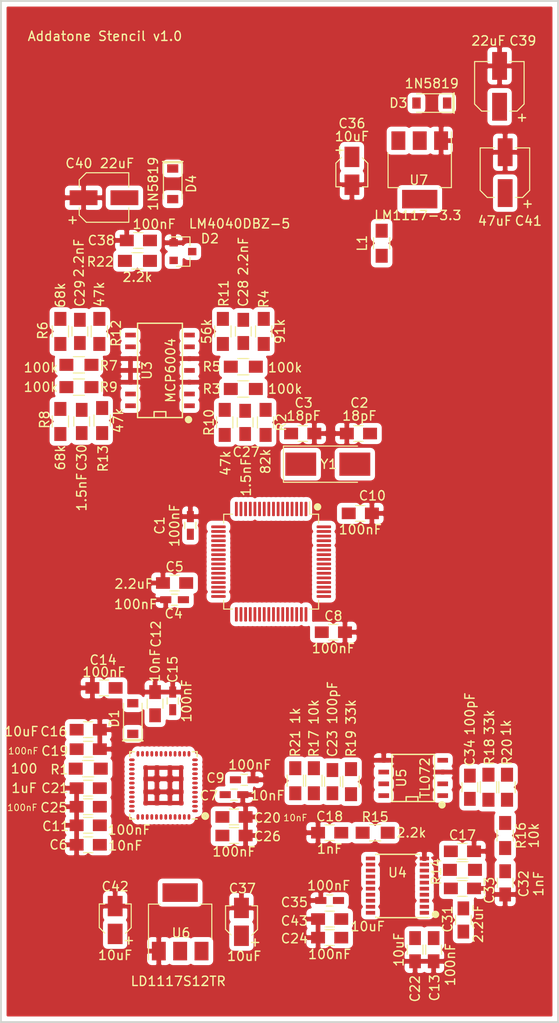
<source format=kicad_pcb>
(kicad_pcb (version 20171130) (host pcbnew "(5.1.5)-3")
  (layers (0 F.Cu signal hide) (31 B.Cu signal hide) (34 B.Paste user) (35 F.Paste user) (36 B.SilkS user hide) (37 F.SilkS user) (38 B.Mask user) (39 F.Mask user) (44 Edge.Cuts user))
  (net 0 "")
  (net 1 GND)
  (net 2 "Net-(C2-Pad1)")
  (net 3 "Net-(C3-Pad1)")
  (net 4 "Net-(C5-Pad2)")
  (net 5 FTUNE)
  (net 6 DAC1_OUT)
  (net 7 DAC2_OUT)
  (net 8 VCC)
  (net 9 VEE)
  (net 10 AREF_-5)
  (net 11 SWCLK)
  (net 12 SWDIO)
  (net 13 -12V)
  (net 14 +12V)
  (net 15 +3.3VA)
  (net 16 CTUNE)
  (net 17 "Net-(U1-Pad1)")
  (net 18 "Net-(U1-Pad3)")
  (net 19 "Net-(U1-Pad4)")
  (net 20 "Net-(U1-Pad14)")
  (net 21 "Net-(U1-Pad28)")
  (net 22 "Net-(U1-Pad29)")
  (net 23 "Net-(U1-Pad35)")
  (net 24 "Net-(U1-Pad39)")
  (net 25 "Net-(U1-Pad41)")
  (net 26 "Net-(U1-Pad43)")
  (net 27 "Net-(U1-Pad45)")
  (net 28 "Net-(U1-Pad52)")
  (net 29 "Net-(U1-Pad54)")
  (net 30 "Net-(U1-Pad56)")
  (net 31 "Net-(U1-Pad58)")
  (net 32 "Net-(U1-Pad59)")
  (net 33 "Net-(U1-Pad62)")
  (net 34 Calibration)
  (net 35 VCCIO_0)
  (net 36 +1V2)
  (net 37 "Net-(C18-Pad2)")
  (net 38 "Net-(C23-Pad1)")
  (net 39 "Net-(C23-Pad2)")
  (net 40 "Net-(C27-Pad1)")
  (net 41 HARM1_CV)
  (net 42 "Net-(C28-Pad1)")
  (net 43 "Net-(C29-Pad1)")
  (net 44 HARM2_CV)
  (net 45 "Net-(C30-Pad1)")
  (net 46 "Net-(C31-Pad1)")
  (net 47 "Net-(C31-Pad2)")
  (net 48 "Net-(C32-Pad2)")
  (net 49 "Net-(C33-Pad1)")
  (net 50 "Net-(C34-Pad2)")
  (net 51 "Net-(C34-Pad1)")
  (net 52 "Net-(C35-Pad2)")
  (net 53 "Net-(D1-Pad1)")
  (net 54 FPGA_SCK)
  (net 55 FPGA_SS)
  (net 56 FPGA_SI)
  (net 57 FPGA_DONE)
  (net 58 FPGA_RESET)
  (net 59 DAC_DATA)
  (net 60 DAC_BCLK)
  (net 61 DAC_LRCLK)
  (net 62 ADC_Data)
  (net 63 ADC_Clock)
  (net 64 ADC_CS)
  (net 65 MCO2_CLOCK_OUT)
  (net 66 RESET)
  (net 67 AUDIO2_OUT)
  (net 68 AUDIO1_OUT)
  (net 69 MIX_SWITCH)
  (net 70 RING_MOD)
  (net 71 HARM2_POT)
  (net 72 HARM1_POT)
  (net 73 HARM2_CVIN)
  (net 74 HARM1_CVIN)
  (net 75 PITCH_CVIN)
  (net 76 "Net-(R1-Pad2)")
  (net 77 "Net-(U1-Pad9)")
  (net 78 "Net-(U1-Pad37)")
  (net 79 "Net-(U1-Pad51)")
  (net 80 "Net-(U1-Pad53)")
  (net 81 "Net-(U2-Pad47)")
  (net 82 "Net-(U2-Pad46)")
  (net 83 "Net-(U2-Pad44)")
  (net 84 "Net-(U2-Pad43)")
  (net 85 "Net-(U2-Pad41)")
  (net 86 "Net-(U2-Pad40)")
  (net 87 "Net-(U2-Pad39)")
  (net 88 "Net-(U2-Pad38)")
  (net 89 "Net-(U2-Pad36)")
  (net 90 "Net-(U2-Pad34)")
  (net 91 "Net-(U2-Pad32)")
  (net 92 "Net-(U2-Pad31)")
  (net 93 "Net-(U2-Pad28)")
  (net 94 "Net-(U2-Pad27)")
  (net 95 "Net-(U2-Pad26)")
  (net 96 "Net-(U2-Pad23)")
  (net 97 "Net-(U2-Pad21)")
  (net 98 "Net-(U2-Pad18)")
  (net 99 "Net-(U2-Pad13)")
  (net 100 "Net-(U2-Pad12)")
  (net 101 "Net-(U2-Pad11)")
  (net 102 "Net-(U2-Pad2)")
  (net 103 "Net-(U1-Pad15)")
  (net 104 "Net-(U1-Pad61)")
  (net 105 "Net-(U1-Pad24)")
  (net 106 "Net-(U1-Pad20)")
  (net 107 "Net-(U1-Pad21)")
  (net 108 "Net-(U2-Pad35)")
  (net 109 "Net-(U2-Pad19)")
  (net 110 FPGA_SO)
  (net 111 PITCH_CV)
  (net 112 HARM_COUNT_POT)
  (net 113 "Net-(U1-Pad44)")
  (net 114 F_TEST1)
  (net 115 F_TEST2)
  (net 116 WARP_CV)
  (net 117 WARP_CVIN)
  (net 118 WARP_POT)
  (module Custom_Footprints:ICE40_QFN-48-stencil (layer F.Cu) (at 117.5 134.5 270)
    (fp_text reference U2)
    (fp_text value ICE40UP5K-SG48ITR)
    (pad 49 smd rect (at 0.7 1.9 270) (size 0.7 0.45) (layers F.Cu F.Paste F.Mask) (net 1 GND))
    (pad 49 smd rect (at -0.7 1.9 270) (size 0.7 0.45) (layers F.Cu F.Paste F.Mask) (net 1 GND))
    (pad 49 smd rect (at 1.9 0.7 270) (size 0.45 0.7) (layers F.Cu F.Paste F.Mask) (net 1 GND))
    (pad 49 smd rect (at 1.9 -0.7 270) (size 0.45 0.7) (layers F.Cu F.Paste F.Mask) (net 1 GND))
    (pad 49 smd rect (at -1.9 0.7 270) (size 0.45 0.7) (layers F.Cu F.Paste F.Mask) (net 1 GND))
    (pad 49 smd rect (at -0.7 -1.9 270) (size 0.7 0.45) (layers F.Cu F.Paste F.Mask) (net 1 GND))
    (pad 49 smd rect (at 1.9 1.9 270) (size 0.45 0.45) (layers F.Cu F.Paste F.Mask) (net 1 GND))
    (pad 49 smd rect (at 1.9 -1.9 270) (size 0.45 0.45) (layers F.Cu F.Paste F.Mask) (net 1 GND))
    (pad 49 smd rect (at 0.7 -1.9 270) (size 0.7 0.45) (layers F.Cu F.Paste F.Mask) (net 1 GND))
    (pad 49 smd rect (at -1.9 -1.9 180) (size 0.45 0.45) (layers F.Cu F.Paste F.Mask) (net 1 GND))
    (pad 49 smd rect (at 0.7 -0.7 180) (size 0.7 0.7) (layers F.Cu F.Paste F.Mask) (net 1 GND))
    (pad 49 smd rect (at -0.7 -0.7 180) (size 0.7 0.7) (layers F.Cu F.Paste F.Mask) (net 1 GND))
    (pad 49 smd rect (at -1.9 -0.7 270) (size 0.45 0.7) (layers F.Cu F.Paste F.Mask) (net 1 GND))
    (pad 49 smd rect (at 0.7 0.7 180) (size 0.7 0.7) (layers F.Cu F.Paste F.Mask) (net 1 GND))
    (pad 49 smd rect (at -0.7 0.7 180) (size 0.7 0.7) (layers F.Cu F.Paste F.Mask) (net 1 GND))
    (pad 49 smd rect (at -1.9 1.9 270) (size 0.45 0.45) (layers F.Cu F.Paste F.Mask) (net 1 GND))
    (pad 48 smd oval (at 3.4 -2.75 270) (size 0.6 0.3) (layers F.Cu F.Paste F.Mask) (net 61 DAC_LRCLK))
    (pad 47 smd oval (at 3.4 -2.25 270) (size 0.6 0.3) (layers F.Cu F.Paste F.Mask) (net 81 "Net-(U2-Pad47)"))
    (pad 46 smd oval (at 3.4 -1.75 270) (size 0.6 0.3) (layers F.Cu F.Paste F.Mask) (net 82 "Net-(U2-Pad46)"))
    (pad 45 smd oval (at 3.400001 -1.25 270) (size 0.6 0.3) (layers F.Cu F.Paste F.Mask) (net 115 F_TEST2))
    (pad 44 smd oval (at 3.4 -0.75 270) (size 0.6 0.3) (layers F.Cu F.Paste F.Mask) (net 83 "Net-(U2-Pad44)"))
    (pad 43 smd oval (at 3.4 -0.25 270) (size 0.6 0.3) (layers F.Cu F.Paste F.Mask) (net 84 "Net-(U2-Pad43)"))
    (pad 42 smd oval (at 3.4 0.25 270) (size 0.6 0.3) (layers F.Cu F.Paste F.Mask) (net 114 F_TEST1))
    (pad 41 smd oval (at 3.4 0.75 270) (size 0.6 0.3) (layers F.Cu F.Paste F.Mask) (net 85 "Net-(U2-Pad41)"))
    (pad 40 smd oval (at 3.400001 1.25 270) (size 0.6 0.3) (layers F.Cu F.Paste F.Mask) (net 86 "Net-(U2-Pad40)"))
    (pad 39 smd oval (at 3.4 1.75 270) (size 0.6 0.3) (layers F.Cu F.Paste F.Mask) (net 87 "Net-(U2-Pad39)"))
    (pad 38 smd oval (at 3.4 2.25 270) (size 0.6 0.3) (layers F.Cu F.Paste F.Mask) (net 88 "Net-(U2-Pad38)"))
    (pad 37 smd oval (at 3.4 2.75 270) (size 0.6 0.3) (layers F.Cu F.Paste F.Mask) (net 69 MIX_SWITCH))
    (pad 36 smd oval (at 2.75 3.4 180) (size 0.6 0.3) (layers F.Cu F.Paste F.Mask) (net 89 "Net-(U2-Pad36)"))
    (pad 35 smd oval (at 2.25 3.4 180) (size 0.6 0.3) (layers F.Cu F.Paste F.Mask) (net 108 "Net-(U2-Pad35)"))
    (pad 34 smd oval (at 1.75 3.4 180) (size 0.6 0.3) (layers F.Cu F.Paste F.Mask) (net 90 "Net-(U2-Pad34)"))
    (pad 33 smd oval (at 1.25 3.400001 180) (size 0.6 0.3) (layers F.Cu F.Paste F.Mask) (net 35 VCCIO_0))
    (pad 32 smd oval (at 0.75 3.4 180) (size 0.6 0.3) (layers F.Cu F.Paste F.Mask) (net 91 "Net-(U2-Pad32)"))
    (pad 31 smd oval (at 0.25 3.4 180) (size 0.6 0.3) (layers F.Cu F.Paste F.Mask) (net 92 "Net-(U2-Pad31)"))
    (pad 30 smd oval (at -0.25 3.4 180) (size 0.6 0.3) (layers F.Cu F.Paste F.Mask) (net 36 +1V2))
    (pad 29 smd oval (at -0.75 3.4 180) (size 0.6 0.3) (layers F.Cu F.Paste F.Mask) (net 76 "Net-(R1-Pad2)"))
    (pad 28 smd oval (at -1.25 3.400001 180) (size 0.6 0.3) (layers F.Cu F.Paste F.Mask) (net 93 "Net-(U2-Pad28)"))
    (pad 27 smd oval (at -1.75 3.4 180) (size 0.6 0.3) (layers F.Cu F.Paste F.Mask) (net 94 "Net-(U2-Pad27)"))
    (pad 26 smd oval (at -2.25 3.4 180) (size 0.6 0.3) (layers F.Cu F.Paste F.Mask) (net 95 "Net-(U2-Pad26)"))
    (pad 25 smd oval (at -2.75 3.4 180) (size 0.6 0.3) (layers F.Cu F.Paste F.Mask) (net 70 RING_MOD))
    (pad 24 smd oval (at -3.4 2.75 270) (size 0.6 0.3) (layers F.Cu F.Paste F.Mask) (net 53 "Net-(D1-Pad1)"))
    (pad 23 smd oval (at -3.4 2.25 270) (size 0.6 0.3) (layers F.Cu F.Paste F.Mask) (net 96 "Net-(U2-Pad23)"))
    (pad 22 smd oval (at -3.4 1.75 270) (size 0.6 0.3) (layers F.Cu F.Paste F.Mask) (net 35 VCCIO_0))
    (pad 21 smd oval (at -3.400001 1.25 270) (size 0.6 0.3) (layers F.Cu F.Paste F.Mask) (net 97 "Net-(U2-Pad21)"))
    (pad 20 smd oval (at -3.4 0.75 270) (size 0.6 0.3) (layers F.Cu F.Paste F.Mask) (net 65 MCO2_CLOCK_OUT))
    (pad 19 smd oval (at -3.4 0.25 270) (size 0.6 0.3) (layers F.Cu F.Paste F.Mask) (net 109 "Net-(U2-Pad19)"))
    (pad 18 smd oval (at -3.4 -0.25 270) (size 0.6 0.3) (layers F.Cu F.Paste F.Mask) (net 98 "Net-(U2-Pad18)"))
    (pad 17 smd oval (at -3.4 -0.75 270) (size 0.6 0.3) (layers F.Cu F.Paste F.Mask) (net 56 FPGA_SI))
    (pad 16 smd oval (at -3.400001 -1.25 270) (size 0.6 0.3) (layers F.Cu F.Paste F.Mask) (net 55 FPGA_SS))
    (pad 15 smd oval (at -3.4 -1.75 270) (size 0.6 0.3) (layers F.Cu F.Paste F.Mask) (net 54 FPGA_SCK))
    (pad 14 smd oval (at -3.4 -2.25 270) (size 0.6 0.3) (layers F.Cu F.Paste F.Mask) (net 110 FPGA_SO))
    (pad 13 smd oval (at -3.4 -2.75 270) (size 0.6 0.3) (layers F.Cu F.Paste F.Mask) (net 99 "Net-(U2-Pad13)"))
    (pad 12 smd oval (at -2.75 -3.4 180) (size 0.6 0.3) (layers F.Cu F.Paste F.Mask) (net 100 "Net-(U2-Pad12)"))
    (pad 11 smd oval (at -2.25 -3.4 180) (size 0.6 0.3) (layers F.Cu F.Paste F.Mask) (net 101 "Net-(U2-Pad11)"))
    (pad 10 smd oval (at -1.75 -3.4 180) (size 0.6 0.3) (layers F.Cu F.Paste F.Mask) (net 64 ADC_CS))
    (pad 9 smd oval (at -1.25 -3.400001 180) (size 0.6 0.3) (layers F.Cu F.Paste F.Mask) (net 63 ADC_Clock))
    (pad 8 smd oval (at -0.75 -3.4 180) (size 0.6 0.3) (layers F.Cu F.Paste F.Mask) (net 58 FPGA_RESET))
    (pad 7 smd oval (at -0.25 -3.4 180) (size 0.6 0.3) (layers F.Cu F.Paste F.Mask) (net 57 FPGA_DONE))
    (pad 6 smd oval (at 0.25 -3.4 180) (size 0.6 0.3) (layers F.Cu F.Paste F.Mask) (net 62 ADC_Data))
    (pad 5 smd oval (at 0.75 -3.4 180) (size 0.6 0.3) (layers F.Cu F.Paste F.Mask) (net 36 +1V2))
    (pad 4 smd oval (at 1.25 -3.400001 180) (size 0.6 0.3) (layers F.Cu F.Paste F.Mask) (net 60 DAC_BCLK))
    (pad 3 smd oval (at 1.75 -3.4 180) (size 0.6 0.3) (layers F.Cu F.Paste F.Mask) (net 59 DAC_DATA))
    (pad 2 smd oval (at 2.25 -3.4 180) (size 0.6 0.3) (layers F.Cu F.Paste F.Mask) (net 102 "Net-(U2-Pad2)"))
    (pad 1 smd oval (at 2.75 -3.4 180) (size 0.6 0.3) (layers F.Cu F.Paste F.Mask) (net 35 VCCIO_0))
  )
  (module Crystals:Crystal_SMD_0603-2pin_6.0x3.5mm_HandSoldering (layer F.Cu) (at 135.2 99.9)
    (fp_text reference Y1 (at 0.1 0) (layer F.SilkS))
    (fp_text value ECS-12MHz hide)
    (pad 2 smd rect (at 2.9125 0) (size 3.325 2.5) (layers F.Cu F.Paste F.Mask) (net 2 "Net-(C2-Pad1)"))
    (pad 1 smd rect (at -2.9125 0) (size 3.325 2.5) (layers F.Cu F.Paste F.Mask) (net 3 "Net-(C3-Pad1)"))
  )
  (module Diodes_SMD:D_SOD-123 (layer F.Cu) (at 146.4 61 180)
    (fp_text reference D3 (at 3.6 0) (layer F.SilkS))
    (fp_text value 1N5819 (at 0 2.1) (layer F.SilkS))
    (pad 2 smd rect (at 1.65 0 180) (size 0.9 1.2) (layers F.Cu F.Paste F.Mask) (net 14 +12V))
    (pad 1 smd rect (at -1.65 0 180) (size 0.9 1.2) (layers F.Cu F.Paste F.Mask) (net 8 VCC))
  )
  (module TO_SOT_Packages_SMD:SOT-23 (layer F.Cu) (at 119.6 77)
    (fp_text reference D2 (at 2.9 -1.4) (layer F.SilkS))
    (fp_text value LM4040DBZ-5 (at 6.1 -3) (layer F.SilkS))
    (pad 3 smd rect (at 1 0) (size 0.9 0.8) (layers F.Cu F.Paste F.Mask))
    (pad 2 smd rect (at -1 0.95) (size 0.9 0.8) (layers F.Cu F.Paste F.Mask) (net 10 AREF_-5))
    (pad 1 smd rect (at -1 -0.95) (size 0.9 0.8) (layers F.Cu F.Paste F.Mask) (net 1 GND))
  )
  (module Capacitors_SMD:CP_Elec_5x5.3 (layer F.Cu) (at 111.1 71.2)
    (fp_text reference C40 (at -2.7 -3.7) (layer F.SilkS))
    (fp_text value 22uF (at 1.4 -3.7) (layer F.SilkS))
    (fp_text user + (at -3.38 2.34) (layer F.SilkS))
    (pad 1 smd rect (at -2.2 0 180) (size 3 1.6) (layers F.Cu F.Paste F.Mask) (net 1 GND))
    (pad 2 smd rect (at 2.2 0 180) (size 3 1.6) (layers F.Cu F.Paste F.Mask) (net 9 VEE))
  )
  (module Capacitors_SMD:C_0805_HandSoldering (layer F.Cu) (at 114.8 75.8 180)
    (fp_text reference C38 (at 4 0) (layer F.SilkS))
    (fp_text value 100nF (at -1.7 1.75) (layer F.SilkS))
    (pad 2 smd rect (at 1.25 0 180) (size 1.5 1.25) (layers F.Cu F.Paste F.Mask) (net 1 GND))
    (pad 1 smd rect (at -1.25 0 180) (size 1.5 1.25) (layers F.Cu F.Paste F.Mask) (net 10 AREF_-5))
  )
  (module Diodes_SMD:D_SOD-123 (layer F.Cu) (at 118.5 69.7 270)
    (fp_text reference D4 (at 0 -2 90) (layer F.SilkS))
    (fp_text value 1N5819 (at 0 2.1 90) (layer F.SilkS))
    (pad 1 smd rect (at -1.65 0 270) (size 0.9 1.2) (layers F.Cu F.Paste F.Mask) (net 13 -12V))
    (pad 2 smd rect (at 1.65 0 270) (size 0.9 1.2) (layers F.Cu F.Paste F.Mask) (net 9 VEE))
  )
  (module Resistors_SMD:R_0805_HandSoldering (layer F.Cu) (at 114.7 78)
    (fp_text reference R22 (at -4 0.1) (layer F.SilkS))
    (fp_text value 2.2k (at 0 1.75) (layer F.SilkS))
    (pad 2 smd rect (at 1.35 0) (size 1.5 1.3) (layers F.Cu F.Paste F.Mask) (net 10 AREF_-5))
    (pad 1 smd rect (at -1.35 0) (size 1.5 1.3) (layers F.Cu F.Paste F.Mask) (net 9 VEE))
  )
  (module Capacitors_SMD:C_0603_HandSoldering (layer F.Cu) (at 135.4 146.9)
    (fp_text reference C35 (at -3.8 0.2) (layer F.SilkS))
    (fp_text value 100nF (at -0.1 -1.6) (layer F.SilkS))
    (pad 1 smd rect (at -0.95 0) (size 1.2 0.75) (layers F.Cu F.Paste F.Mask) (net 1 GND))
    (pad 2 smd rect (at 0.95 0) (size 1.2 0.75) (layers F.Cu F.Paste F.Mask) (net 52 "Net-(C35-Pad2)"))
  )
  (module Capacitors_SMD:C_0603_HandSoldering (layer F.Cu) (at 120.4 106.5 90)
    (fp_text reference C1 (at 0 -3.3 90) (layer F.SilkS))
    (fp_text value 100nF (at 0 -1.7 90) (layer F.SilkS))
    (pad 1 smd rect (at -0.95 0 90) (size 1.2 0.75) (layers F.Cu F.Paste F.Mask) (net 35 VCCIO_0))
    (pad 2 smd rect (at 0.95 0 90) (size 1.2 0.75) (layers F.Cu F.Paste F.Mask) (net 1 GND))
  )
  (module Capacitors_SMD:C_0603_HandSoldering (layer F.Cu) (at 118.5 125.4 90)
    (fp_text reference C15 (at 3.4 0 90) (layer F.SilkS))
    (fp_text value 100nF (at 0 1.5 90) (layer F.SilkS))
    (pad 1 smd rect (at -0.95 0 90) (size 1.2 0.75) (layers F.Cu F.Paste F.Mask) (net 35 VCCIO_0))
    (pad 2 smd rect (at 0.95 0 90) (size 1.2 0.75) (layers F.Cu F.Paste F.Mask) (net 1 GND))
  )
  (module Capacitors_SMD:C_0603_HandSoldering (layer F.Cu) (at 126.2 133.9)
    (fp_text reference C9 (at -3.1 -0.2) (layer F.SilkS))
    (fp_text value 100nF (at 0.6 -1.6) (layer F.SilkS))
    (pad 1 smd rect (at -0.95 0) (size 1.2 0.75) (layers F.Cu F.Paste F.Mask) (net 36 +1V2))
    (pad 2 smd rect (at 0.95 0) (size 1.2 0.75) (layers F.Cu F.Paste F.Mask) (net 1 GND))
  )
  (module Capacitors_SMD:C_0603_HandSoldering (layer F.Cu) (at 125.1 135.5)
    (fp_text reference C7 (at -2.7 0.1) (layer F.SilkS))
    (fp_text value 10nF (at 3.6 0.1) (layer F.SilkS))
    (pad 1 smd rect (at -0.95 0) (size 1.2 0.75) (layers F.Cu F.Paste F.Mask) (net 36 +1V2))
    (pad 2 smd rect (at 0.95 0) (size 1.2 0.75) (layers F.Cu F.Paste F.Mask) (net 1 GND))
  )
  (module Capacitors_SMD:C_0603_HandSoldering (layer F.Cu) (at 118.7 114.5 180)
    (fp_text reference C4 (at 0.1 -1.5) (layer F.SilkS))
    (fp_text value 100nF (at 4.2 -0.5) (layer F.SilkS))
    (pad 1 smd rect (at -0.95 0 180) (size 1.2 0.75) (layers F.Cu F.Paste F.Mask) (net 35 VCCIO_0))
    (pad 2 smd rect (at 0.95 0 180) (size 1.2 0.75) (layers F.Cu F.Paste F.Mask) (net 1 GND))
  )
  (module Resistors_SMD:R_0805_HandSoldering (layer F.Cu) (at 108.4 89.2 180)
    (fp_text reference R7 (at -3.2 -0.1) (layer F.SilkS))
    (fp_text value 100k (at 4.1 -0.3) (layer F.SilkS))
    (pad 2 smd rect (at 1.35 0 180) (size 1.5 1.3) (layers F.Cu F.Paste F.Mask) (net 73 HARM2_CVIN))
    (pad 1 smd rect (at -1.35 0 180) (size 1.5 1.3) (layers F.Cu F.Paste F.Mask) (net 43 "Net-(C29-Pad1)"))
  )
  (module Capacitors_SMD:C_0805_HandSoldering (layer F.Cu) (at 135.7 134.1 270)
    (fp_text reference C23 (at -4.1 0 90) (layer F.SilkS))
    (fp_text value 100pF (at -8.5 0 90) (layer F.SilkS))
    (pad 2 smd rect (at 1.25 0 270) (size 1.5 1.25) (layers F.Cu F.Paste F.Mask) (net 39 "Net-(C23-Pad2)"))
    (pad 1 smd rect (at -1.25 0 270) (size 1.5 1.25) (layers F.Cu F.Paste F.Mask) (net 38 "Net-(C23-Pad1)"))
  )
  (module Resistors_SMD:R_0805_HandSoldering (layer F.Cu) (at 131.7 134 270)
    (fp_text reference R21 (at -4 0 90) (layer F.SilkS))
    (fp_text value 1k (at -7 0 90) (layer F.SilkS))
    (pad 2 smd rect (at 1.35 0 270) (size 1.5 1.3) (layers F.Cu F.Paste F.Mask) (net 39 "Net-(C23-Pad2)"))
    (pad 1 smd rect (at -1.35 0 270) (size 1.5 1.3) (layers F.Cu F.Paste F.Mask) (net 67 AUDIO2_OUT))
  )
  (module Resistors_SMD:R_0805_HandSoldering (layer F.Cu) (at 152.5 134.7 90)
    (fp_text reference R18 (at 3.8 0.1 90) (layer F.SilkS))
    (fp_text value 33k (at 7 0.1 90) (layer F.SilkS))
    (pad 1 smd rect (at -1.35 0 90) (size 1.5 1.3) (layers F.Cu F.Paste F.Mask) (net 50 "Net-(C34-Pad2)"))
    (pad 2 smd rect (at 1.35 0 90) (size 1.5 1.3) (layers F.Cu F.Paste F.Mask) (net 51 "Net-(C34-Pad1)"))
  )
  (module Resistors_SMD:R_0805_HandSoldering (layer F.Cu) (at 140.3 139.6)
    (fp_text reference R15 (at 0 -1.7) (layer F.SilkS))
    (fp_text value 2.2k (at 3.9 0) (layer F.SilkS))
    (pad 1 smd rect (at -1.35 0) (size 1.5 1.3) (layers F.Cu F.Paste F.Mask) (net 37 "Net-(C18-Pad2)"))
    (pad 2 smd rect (at 1.35 0) (size 1.5 1.3) (layers F.Cu F.Paste F.Mask) (net 7 DAC2_OUT))
  )
  (module Capacitors_SMD:C_0805_HandSoldering (layer F.Cu) (at 138.5 96.6 180)
    (fp_text reference C2 (at -0.1 3.3) (layer F.SilkS))
    (fp_text value 18pF (at -0.1 1.9) (layer F.SilkS))
    (pad 2 smd rect (at 1.25 0 180) (size 1.5 1.25) (layers F.Cu F.Paste F.Mask) (net 1 GND))
    (pad 1 smd rect (at -1.25 0 180) (size 1.5 1.25) (layers F.Cu F.Paste F.Mask) (net 2 "Net-(C2-Pad1)"))
  )
  (module Capacitors_SMD:C_0805_HandSoldering (layer F.Cu) (at 132.5 96.6)
    (fp_text reference C3 (at 0.1 -3.3) (layer F.SilkS))
    (fp_text value 18pF (at 0.1 -1.9) (layer F.SilkS))
    (pad 1 smd rect (at -1.25 0) (size 1.5 1.25) (layers F.Cu F.Paste F.Mask) (net 3 "Net-(C3-Pad1)"))
    (pad 2 smd rect (at 1.25 0) (size 1.5 1.25) (layers F.Cu F.Paste F.Mask) (net 1 GND))
  )
  (module Capacitors_SMD:C_0805_HandSoldering (layer F.Cu) (at 118.7 112.7)
    (fp_text reference C5 (at 0 -1.75) (layer F.SilkS))
    (fp_text value 2.2uF (at -4.4 0.1) (layer F.SilkS))
    (pad 2 smd rect (at 1.25 0) (size 1.5 1.25) (layers F.Cu F.Paste F.Mask) (net 4 "Net-(C5-Pad2)"))
    (pad 1 smd rect (at -1.25 0) (size 1.5 1.25) (layers F.Cu F.Paste F.Mask) (net 1 GND))
  )
  (module Capacitors_SMD:C_0805_HandSoldering (layer F.Cu) (at 109.4 140.9 180)
    (fp_text reference C6 (at 3.2 0) (layer F.SilkS))
    (fp_text value 10nF (at -4 -0.1) (layer F.SilkS))
    (pad 1 smd rect (at -1.25 0 180) (size 1.5 1.25) (layers F.Cu F.Paste F.Mask) (net 35 VCCIO_0))
    (pad 2 smd rect (at 1.25 0 180) (size 1.5 1.25) (layers F.Cu F.Paste F.Mask) (net 1 GND))
  )
  (module Capacitors_SMD:C_0805_HandSoldering (layer F.Cu) (at 135.8 118)
    (fp_text reference C8 (at 0 -1.75) (layer F.SilkS))
    (fp_text value 100nF (at 0 1.75) (layer F.SilkS))
    (pad 1 smd rect (at -1.25 0) (size 1.5 1.25) (layers F.Cu F.Paste F.Mask) (net 35 VCCIO_0))
    (pad 2 smd rect (at 1.25 0) (size 1.5 1.25) (layers F.Cu F.Paste F.Mask) (net 1 GND))
  )
  (module Capacitors_SMD:C_0805_HandSoldering (layer F.Cu) (at 138.7 105.2)
    (fp_text reference C10 (at 1.3 -1.9) (layer F.SilkS))
    (fp_text value 100nF (at 0 1.75) (layer F.SilkS))
    (pad 2 smd rect (at 1.25 0) (size 1.5 1.25) (layers F.Cu F.Paste F.Mask) (net 1 GND))
    (pad 1 smd rect (at -1.25 0) (size 1.5 1.25) (layers F.Cu F.Paste F.Mask) (net 35 VCCIO_0))
  )
  (module Capacitors_SMD:C_0805_HandSoldering (layer F.Cu) (at 109.4 138.8 180)
    (fp_text reference C11 (at 3.5 -0.1) (layer F.SilkS))
    (fp_text value 100nF (at -4.4 -0.5) (layer F.SilkS))
    (pad 2 smd rect (at 1.25 0 180) (size 1.5 1.25) (layers F.Cu F.Paste F.Mask) (net 1 GND))
    (pad 1 smd rect (at -1.25 0 180) (size 1.5 1.25) (layers F.Cu F.Paste F.Mask) (net 35 VCCIO_0))
  )
  (module Capacitors_SMD:C_0805_HandSoldering (layer F.Cu) (at 116.6 125.7 90)
    (fp_text reference C12 (at 7.5 0.1 90) (layer F.SilkS))
    (fp_text value 10nF (at 4.1 0 90) (layer F.SilkS))
    (pad 1 smd rect (at -1.25 0 90) (size 1.5 1.25) (layers F.Cu F.Paste F.Mask) (net 35 VCCIO_0))
    (pad 2 smd rect (at 1.25 0 90) (size 1.5 1.25) (layers F.Cu F.Paste F.Mask) (net 1 GND))
  )
  (module Capacitors_SMD:C_0805_HandSoldering (layer F.Cu) (at 146.6 152.2 270)
    (fp_text reference C13 (at 4.1 -0.1 90) (layer F.SilkS))
    (fp_text value 100nF (at 1.6 -1.8 90) (layer F.SilkS))
    (pad 1 smd rect (at -1.25 0 270) (size 1.5 1.25) (layers F.Cu F.Paste F.Mask) (net 15 +3.3VA))
    (pad 2 smd rect (at 1.25 0 270) (size 1.5 1.25) (layers F.Cu F.Paste F.Mask) (net 1 GND))
  )
  (module Capacitors_SMD:C_0805_HandSoldering (layer F.Cu) (at 111.1 124)
    (fp_text reference C14 (at -0.1 -3) (layer F.SilkS))
    (fp_text value 100nF (at 0 -1.7) (layer F.SilkS))
    (pad 1 smd rect (at -1.25 0) (size 1.5 1.25) (layers F.Cu F.Paste F.Mask) (net 1 GND))
    (pad 2 smd rect (at 1.25 0) (size 1.5 1.25) (layers F.Cu F.Paste F.Mask) (net 35 VCCIO_0))
  )
  (module Capacitors_SMD:C_0805_HandSoldering (layer F.Cu) (at 109.4 128.5)
    (fp_text reference C16 (at -3.7 0.2) (layer F.SilkS))
    (fp_text value 10uF (at -7.2 0.2) (layer F.SilkS))
    (pad 1 smd rect (at -1.25 0) (size 1.5 1.25) (layers F.Cu F.Paste F.Mask) (net 36 +1V2))
    (pad 2 smd rect (at 1.25 0) (size 1.5 1.25) (layers F.Cu F.Paste F.Mask) (net 1 GND))
  )
  (module Capacitors_SMD:C_0805_HandSoldering (layer F.Cu) (at 149.7 141.6)
    (fp_text reference C17 (at 0 -1.75) (layer F.SilkS))
    (fp_text value 100nF)
    (pad 2 smd rect (at 1.25 0) (size 1.5 1.25) (layers F.Cu F.Paste F.Mask) (net 1 GND))
    (pad 1 smd rect (at -1.25 0) (size 1.5 1.25) (layers F.Cu F.Paste F.Mask) (net 15 +3.3VA))
  )
  (module Capacitors_SMD:C_0805_HandSoldering (layer F.Cu) (at 135.4 139.6)
    (fp_text reference C18 (at 0 -1.75) (layer F.SilkS))
    (fp_text value 1nF (at 0 1.75) (layer F.SilkS))
    (pad 2 smd rect (at 1.25 0) (size 1.5 1.25) (layers F.Cu F.Paste F.Mask) (net 37 "Net-(C18-Pad2)"))
    (pad 1 smd rect (at -1.25 0) (size 1.5 1.25) (layers F.Cu F.Paste F.Mask) (net 1 GND))
  )
  (module Capacitors_SMD:C_0805_HandSoldering (layer F.Cu) (at 109.4 130.6)
    (fp_text reference C19 (at -3.6 0.2) (layer F.SilkS))
    (fp_text value 100nF (at -7 0.2) (layer F.SilkS) (effects (font (size 0.7 0.7) (thickness 0.1))))
    (pad 2 smd rect (at 1.25 0) (size 1.5 1.25) (layers F.Cu F.Paste F.Mask) (net 1 GND))
    (pad 1 smd rect (at -1.25 0) (size 1.5 1.25) (layers F.Cu F.Paste F.Mask) (net 36 +1V2))
  )
  (module Capacitors_SMD:C_0805_HandSoldering (layer F.Cu) (at 125.1 137.9)
    (fp_text reference C20 (at 3.6 0.1) (layer F.SilkS))
    (fp_text value 10nF (at 6.6 0.1) (layer F.SilkS) (effects (font (size 0.7 0.7) (thickness 0.1))))
    (pad 1 smd rect (at -1.25 0) (size 1.5 1.25) (layers F.Cu F.Paste F.Mask) (net 35 VCCIO_0))
    (pad 2 smd rect (at 1.25 0) (size 1.5 1.25) (layers F.Cu F.Paste F.Mask) (net 1 GND))
  )
  (module Capacitors_SMD:C_0805_HandSoldering (layer F.Cu) (at 109.4 134.8 180)
    (fp_text reference C21 (at 3.6 0) (layer F.SilkS))
    (fp_text value 1uF (at 6.9 0) (layer F.SilkS))
    (pad 1 smd rect (at -1.25 0 180) (size 1.5 1.25) (layers F.Cu F.Paste F.Mask) (net 36 +1V2))
    (pad 2 smd rect (at 1.25 0 180) (size 1.5 1.25) (layers F.Cu F.Paste F.Mask) (net 1 GND))
  )
  (module Capacitors_SMD:C_0805_HandSoldering (layer F.Cu) (at 144.6 152.2 270)
    (fp_text reference C22 (at 4.2 0 90) (layer F.SilkS))
    (fp_text value 10uF (at 0 1.75 90) (layer F.SilkS))
    (pad 1 smd rect (at -1.25 0 270) (size 1.5 1.25) (layers F.Cu F.Paste F.Mask) (net 15 +3.3VA))
    (pad 2 smd rect (at 1.25 0 270) (size 1.5 1.25) (layers F.Cu F.Paste F.Mask) (net 1 GND))
  )
  (module Capacitors_SMD:C_0805_HandSoldering (layer F.Cu) (at 135.4 150.9 180)
    (fp_text reference C24 (at 3.8 -0.1) (layer F.SilkS))
    (fp_text value 100nF (at 0 -1.8) (layer F.SilkS))
    (pad 2 smd rect (at 1.25 0 180) (size 1.5 1.25) (layers F.Cu F.Paste F.Mask) (net 1 GND))
    (pad 1 smd rect (at -1.25 0 180) (size 1.5 1.25) (layers F.Cu F.Paste F.Mask) (net 35 VCCIO_0))
  )
  (module Capacitors_SMD:C_0805_HandSoldering (layer F.Cu) (at 109.4 136.8 180)
    (fp_text reference C25 (at 3.7 -0.1 180) (layer F.SilkS))
    (fp_text value 100nF (at 7.1 -0.1 180) (layer F.SilkS) (effects (font (size 0.7 0.7) (thickness 0.1))))
    (pad 1 smd rect (at -1.25 0 180) (size 1.5 1.25) (layers F.Cu F.Paste F.Mask) (net 36 +1V2))
    (pad 2 smd rect (at 1.25 0 180) (size 1.5 1.25) (layers F.Cu F.Paste F.Mask) (net 1 GND))
  )
  (module Capacitors_SMD:C_0805_HandSoldering (layer F.Cu) (at 125.1 139.9)
    (fp_text reference C26 (at 3.6 0.1) (layer F.SilkS))
    (fp_text value 100nF (at 0 1.75) (layer F.SilkS))
    (pad 2 smd rect (at 1.25 0) (size 1.5 1.25) (layers F.Cu F.Paste F.Mask) (net 1 GND))
    (pad 1 smd rect (at -1.25 0) (size 1.5 1.25) (layers F.Cu F.Paste F.Mask) (net 35 VCCIO_0))
  )
  (module Capacitors_SMD:C_0805_HandSoldering (layer F.Cu) (at 126.3 95.4 270)
    (fp_text reference C27 (at 3.2 -0.1 180) (layer F.SilkS))
    (fp_text value 1.5nF (at 5.9 -0.1 90) (layer F.SilkS))
    (pad 2 smd rect (at 1.25 0 270) (size 1.5 1.25) (layers F.Cu F.Paste F.Mask) (net 111 PITCH_CV))
    (pad 1 smd rect (at -1.25 0 270) (size 1.5 1.25) (layers F.Cu F.Paste F.Mask) (net 40 "Net-(C27-Pad1)"))
  )
  (module Capacitors_SMD:C_0805_HandSoldering (layer F.Cu) (at 126.1 85.6 90)
    (fp_text reference C28 (at 4.1 0 90) (layer F.SilkS))
    (fp_text value 2.2nF (at 8.1 0 90) (layer F.SilkS))
    (pad 2 smd rect (at 1.25 0 90) (size 1.5 1.25) (layers F.Cu F.Paste F.Mask) (net 41 HARM1_CV))
    (pad 1 smd rect (at -1.25 0 90) (size 1.5 1.25) (layers F.Cu F.Paste F.Mask) (net 42 "Net-(C28-Pad1)"))
  )
  (module Capacitors_SMD:C_0805_HandSoldering (layer F.Cu) (at 108.5 85.6 90)
    (fp_text reference C29 (at 4.1 0 90) (layer F.SilkS))
    (fp_text value 2.2nF (at 7.9 -0.1 90) (layer F.SilkS))
    (pad 1 smd rect (at -1.25 0 90) (size 1.5 1.25) (layers F.Cu F.Paste F.Mask) (net 43 "Net-(C29-Pad1)"))
    (pad 2 smd rect (at 1.25 0 90) (size 1.5 1.25) (layers F.Cu F.Paste F.Mask) (net 44 HARM2_CV))
  )
  (module Capacitors_SMD:C_0805_HandSoldering (layer F.Cu) (at 108.7 95.3 270)
    (fp_text reference C30 (at 3.9 0 90) (layer F.SilkS))
    (fp_text value 1.5nF (at 7.6 0 90) (layer F.SilkS))
    (pad 2 smd rect (at 1.25 0 270) (size 1.5 1.25) (layers F.Cu F.Paste F.Mask) (net 116 WARP_CV))
    (pad 1 smd rect (at -1.25 0 270) (size 1.5 1.25) (layers F.Cu F.Paste F.Mask) (net 45 "Net-(C30-Pad1)"))
  )
  (module Capacitors_SMD:C_0805_HandSoldering (layer F.Cu) (at 149.8 149 90)
    (fp_text reference C31 (at 0.1 -1.7 90) (layer F.SilkS))
    (fp_text value 2.2uF (at -0.4 1.6 90) (layer F.SilkS))
    (pad 1 smd rect (at -1.25 0 90) (size 1.5 1.25) (layers F.Cu F.Paste F.Mask) (net 46 "Net-(C31-Pad1)"))
    (pad 2 smd rect (at 1.25 0 90) (size 1.5 1.25) (layers F.Cu F.Paste F.Mask) (net 47 "Net-(C31-Pad2)"))
  )
  (module Capacitors_SMD:C_0805_HandSoldering (layer F.Cu) (at 154.3 145 90)
    (fp_text reference C32 (at -0.1 2 90) (layer F.SilkS))
    (fp_text value 1nF (at -0.1 3.6 90) (layer F.SilkS))
    (pad 1 smd rect (at -1.25 0 90) (size 1.5 1.25) (layers F.Cu F.Paste F.Mask) (net 1 GND))
    (pad 2 smd rect (at 1.25 0 90) (size 1.5 1.25) (layers F.Cu F.Paste F.Mask) (net 48 "Net-(C32-Pad2)"))
  )
  (module Capacitors_SMD:C_0805_HandSoldering (layer F.Cu) (at 149.7 145.6)
    (fp_text reference C33 (at 2.9 0.2 90) (layer F.SilkS))
    (fp_text value 2.2uF)
    (pad 2 smd rect (at 1.25 0) (size 1.5 1.25) (layers F.Cu F.Paste F.Mask) (net 1 GND))
    (pad 1 smd rect (at -1.25 0) (size 1.5 1.25) (layers F.Cu F.Paste F.Mask) (net 49 "Net-(C33-Pad1)"))
  )
  (module Capacitors_SMD:C_0805_HandSoldering (layer F.Cu) (at 150.5 134.7 270)
    (fp_text reference C34 (at -3.7 0 90) (layer F.SilkS))
    (fp_text value 100pF (at -7.9 0 90) (layer F.SilkS))
    (pad 2 smd rect (at 1.25 0 270) (size 1.5 1.25) (layers F.Cu F.Paste F.Mask) (net 50 "Net-(C34-Pad2)"))
    (pad 1 smd rect (at -1.25 0 270) (size 1.5 1.25) (layers F.Cu F.Paste F.Mask) (net 51 "Net-(C34-Pad1)"))
  )
  (module Capacitors_SMD:CP_Elec_3x5.3 (layer F.Cu) (at 137.8 68.3 270)
    (fp_text reference C36 (at -5.1 0 180) (layer F.SilkS))
    (fp_text value 10uF (at -3.7 0 180) (layer F.SilkS))
    (fp_text user + (at -2.22 1.4 90) (layer F.SilkS))
    (pad 1 smd rect (at -1.5 0 270) (size 2.2 1.6) (layers F.Cu F.Paste F.Mask) (net 8 VCC))
    (pad 2 smd rect (at 1.5 0 270) (size 2.2 1.6) (layers F.Cu F.Paste F.Mask) (net 1 GND))
  )
  (module Capacitors_SMD:CP_Elec_3x5.3 (layer F.Cu) (at 125.9 149.2 90)
    (fp_text reference C37 (at 3.6 0.1 180) (layer F.SilkS))
    (fp_text value 10uF (at -3.7 0.3 180) (layer F.SilkS))
    (fp_text user + (at -2.22 1.4 90) (layer F.SilkS))
    (pad 2 smd rect (at 1.5 0 90) (size 2.2 1.6) (layers F.Cu F.Paste F.Mask) (net 1 GND))
    (pad 1 smd rect (at -1.5 0 90) (size 2.2 1.6) (layers F.Cu F.Paste F.Mask) (net 8 VCC))
  )
  (module Capacitors_SMD:CP_Elec_5x5.3 (layer F.Cu) (at 153.7 59.2 90)
    (fp_text reference C39 (at 4.9 2.5 180) (layer F.SilkS))
    (fp_text value 22uF (at 4.9 -1.2 180) (layer F.SilkS))
    (fp_text user + (at -3.38 2.34 90) (layer F.SilkS))
    (pad 2 smd rect (at 2.2 0 270) (size 3 1.6) (layers F.Cu F.Paste F.Mask) (net 1 GND))
    (pad 1 smd rect (at -2.2 0 270) (size 3 1.6) (layers F.Cu F.Paste F.Mask) (net 8 VCC))
  )
  (module Capacitors_SMD:CP_Elec_5x5.3 (layer F.Cu) (at 154.3 68.5 90)
    (fp_text reference C41 (at -5.2 2.5 180) (layer F.SilkS))
    (fp_text value 47uF (at -5.2 -1.1 180) (layer F.SilkS))
    (fp_text user + (at -3.38 2.34 90) (layer F.SilkS))
    (pad 2 smd rect (at 2.2 0 270) (size 3 1.6) (layers F.Cu F.Paste F.Mask) (net 1 GND))
    (pad 1 smd rect (at -2.2 0 270) (size 3 1.6) (layers F.Cu F.Paste F.Mask) (net 35 VCCIO_0))
  )
  (module Capacitors_SMD:CP_Elec_3x5.3 (layer F.Cu) (at 112.3 149 90)
    (fp_text reference C42 (at 3.6 0 180) (layer F.SilkS))
    (fp_text value 10uF (at -3.8 0 180) (layer F.SilkS))
    (fp_text user + (at -2.22 1.4 90) (layer F.SilkS))
    (pad 1 smd rect (at -1.5 0 90) (size 2.2 1.6) (layers F.Cu F.Paste F.Mask) (net 36 +1V2))
    (pad 2 smd rect (at 1.5 0 90) (size 2.2 1.6) (layers F.Cu F.Paste F.Mask) (net 1 GND))
  )
  (module Capacitors_SMD:C_0805_HandSoldering (layer F.Cu) (at 135.4 148.9 180)
    (fp_text reference C43 (at 3.8 -0.2) (layer F.SilkS))
    (fp_text value 10uF (at -4.1 -0.8) (layer F.SilkS))
    (pad 1 smd rect (at -1.25 0 180) (size 1.5 1.25) (layers F.Cu F.Paste F.Mask) (net 35 VCCIO_0))
    (pad 2 smd rect (at 1.25 0 180) (size 1.5 1.25) (layers F.Cu F.Paste F.Mask) (net 1 GND))
  )
  (module Diodes_SMD:D_SOD-123 (layer F.Cu) (at 114.2 127.3 90)
    (fp_text reference D1 (at 0 -2 90) (layer F.SilkS))
    (fp_text value MBR130T1G hide)
    (pad 2 smd rect (at 1.65 0 90) (size 0.9 1.2) (layers F.Cu F.Paste F.Mask) (net 35 VCCIO_0))
    (pad 1 smd rect (at -1.65 0 90) (size 0.9 1.2) (layers F.Cu F.Paste F.Mask) (net 53 "Net-(D1-Pad1)"))
  )
  (module Inductors_SMD:L_0805_HandSoldering (layer F.Cu) (at 141 76.1 90)
    (fp_text reference L1 (at 0 -2.1 90) (layer F.SilkS))
    (fp_text value L hide)
    (pad 2 smd rect (at 1.35 0 90) (size 1.5 1.3) (layers F.Cu F.Paste F.Mask) (net 35 VCCIO_0))
    (pad 1 smd rect (at -1.35 0 90) (size 1.5 1.3) (layers F.Cu F.Paste F.Mask) (net 15 +3.3VA))
  )
  (module Resistors_SMD:R_0805_HandSoldering (layer F.Cu) (at 109.4 132.7)
    (fp_text reference R1 (at -3.1 0.1) (layer F.SilkS))
    (fp_text value 100 (at -6.9 0) (layer F.SilkS))
    (pad 1 smd rect (at -1.35 0) (size 1.5 1.3) (layers F.Cu F.Paste F.Mask) (net 36 +1V2))
    (pad 2 smd rect (at 1.35 0) (size 1.5 1.3) (layers F.Cu F.Paste F.Mask) (net 76 "Net-(R1-Pad2)"))
  )
  (module Resistors_SMD:R_0805_HandSoldering (layer F.Cu) (at 128.5 95.4 270)
    (fp_text reference R2 (at 0 -1.7 90) (layer F.SilkS))
    (fp_text value 82k (at 4.2 0 90) (layer F.SilkS))
    (pad 2 smd rect (at 1.35 0 270) (size 1.5 1.3) (layers F.Cu F.Paste F.Mask) (net 10 AREF_-5))
    (pad 1 smd rect (at -1.35 0 270) (size 1.5 1.3) (layers F.Cu F.Paste F.Mask) (net 40 "Net-(C27-Pad1)"))
  )
  (module Resistors_SMD:R_0805_HandSoldering (layer F.Cu) (at 126.1 91.8)
    (fp_text reference R3 (at -3.4 0) (layer F.SilkS))
    (fp_text value 100k (at 4.5 0) (layer F.SilkS))
    (pad 1 smd rect (at -1.35 0) (size 1.5 1.3) (layers F.Cu F.Paste F.Mask) (net 40 "Net-(C27-Pad1)"))
    (pad 2 smd rect (at 1.35 0) (size 1.5 1.3) (layers F.Cu F.Paste F.Mask) (net 75 PITCH_CVIN))
  )
  (module Resistors_SMD:R_0805_HandSoldering (layer F.Cu) (at 128.3 85.6 90)
    (fp_text reference R4 (at 3.5 0 90) (layer F.SilkS))
    (fp_text value 91k (at 0 1.75 90) (layer F.SilkS))
    (pad 2 smd rect (at 1.35 0 90) (size 1.5 1.3) (layers F.Cu F.Paste F.Mask) (net 10 AREF_-5))
    (pad 1 smd rect (at -1.35 0 90) (size 1.5 1.3) (layers F.Cu F.Paste F.Mask) (net 42 "Net-(C28-Pad1)"))
  )
  (module Resistors_SMD:R_0805_HandSoldering (layer F.Cu) (at 126.1 89.4)
    (fp_text reference R5 (at -3.4 0) (layer F.SilkS))
    (fp_text value 100k (at 4.5 0.1) (layer F.SilkS))
    (pad 1 smd rect (at -1.35 0) (size 1.5 1.3) (layers F.Cu F.Paste F.Mask) (net 42 "Net-(C28-Pad1)"))
    (pad 2 smd rect (at 1.35 0) (size 1.5 1.3) (layers F.Cu F.Paste F.Mask) (net 74 HARM1_CVIN))
  )
  (module Resistors_SMD:R_0805_HandSoldering (layer F.Cu) (at 106.4 85.6 90)
    (fp_text reference R6 (at 0.1 -1.9 90) (layer F.SilkS))
    (fp_text value 68k (at 3.9 0 90) (layer F.SilkS))
    (pad 1 smd rect (at -1.35 0 90) (size 1.5 1.3) (layers F.Cu F.Paste F.Mask) (net 43 "Net-(C29-Pad1)"))
    (pad 2 smd rect (at 1.35 0 90) (size 1.5 1.3) (layers F.Cu F.Paste F.Mask) (net 10 AREF_-5))
  )
  (module Resistors_SMD:R_0805_HandSoldering (layer F.Cu) (at 106.4 95.3 270)
    (fp_text reference R8 (at -0.2 1.7 90) (layer F.SilkS))
    (fp_text value 68k (at 3.9 0 90) (layer F.SilkS))
    (pad 1 smd rect (at -1.35 0 270) (size 1.5 1.3) (layers F.Cu F.Paste F.Mask) (net 45 "Net-(C30-Pad1)"))
    (pad 2 smd rect (at 1.35 0 270) (size 1.5 1.3) (layers F.Cu F.Paste F.Mask) (net 10 AREF_-5))
  )
  (module Resistors_SMD:R_0805_HandSoldering (layer F.Cu) (at 108.4 91.6 180)
    (fp_text reference R9 (at -3.2 0) (layer F.SilkS))
    (fp_text value 100k (at 4.1 0) (layer F.SilkS))
    (pad 2 smd rect (at 1.35 0 180) (size 1.5 1.3) (layers F.Cu F.Paste F.Mask) (net 117 WARP_CVIN))
    (pad 1 smd rect (at -1.35 0 180) (size 1.5 1.3) (layers F.Cu F.Paste F.Mask) (net 45 "Net-(C30-Pad1)"))
  )
  (module Resistors_SMD:R_0805_HandSoldering (layer F.Cu) (at 124.1 95.4 90)
    (fp_text reference R10 (at 0 -1.7 90) (layer F.SilkS))
    (fp_text value 47k (at -4.4 0.1 90) (layer F.SilkS))
    (pad 1 smd rect (at -1.35 0 90) (size 1.5 1.3) (layers F.Cu F.Paste F.Mask) (net 111 PITCH_CV))
    (pad 2 smd rect (at 1.35 0 90) (size 1.5 1.3) (layers F.Cu F.Paste F.Mask) (net 40 "Net-(C27-Pad1)"))
  )
  (module Resistors_SMD:R_0805_HandSoldering (layer F.Cu) (at 123.9 85.6 270)
    (fp_text reference R11 (at -4.1 -0.1 90) (layer F.SilkS))
    (fp_text value 56k (at 0 1.75 90) (layer F.SilkS))
    (pad 1 smd rect (at -1.35 0 270) (size 1.5 1.3) (layers F.Cu F.Paste F.Mask) (net 41 HARM1_CV))
    (pad 2 smd rect (at 1.35 0 270) (size 1.5 1.3) (layers F.Cu F.Paste F.Mask) (net 42 "Net-(C28-Pad1)"))
  )
  (module Resistors_SMD:R_0805_HandSoldering (layer F.Cu) (at 110.6 85.6 270)
    (fp_text reference R12 (at 0.2 -1.8 90) (layer F.SilkS))
    (fp_text value 47k (at -4 0 90) (layer F.SilkS))
    (pad 2 smd rect (at 1.35 0 270) (size 1.5 1.3) (layers F.Cu F.Paste F.Mask) (net 43 "Net-(C29-Pad1)"))
    (pad 1 smd rect (at -1.35 0 270) (size 1.5 1.3) (layers F.Cu F.Paste F.Mask) (net 44 HARM2_CV))
  )
  (module Resistors_SMD:R_0805_HandSoldering (layer F.Cu) (at 110.9 95.2 90)
    (fp_text reference R13 (at -4.1 0.1 90) (layer F.SilkS))
    (fp_text value 47k (at 0 1.75 90) (layer F.SilkS))
    (pad 2 smd rect (at 1.35 0 90) (size 1.5 1.3) (layers F.Cu F.Paste F.Mask) (net 45 "Net-(C30-Pad1)"))
    (pad 1 smd rect (at -1.35 0 90) (size 1.5 1.3) (layers F.Cu F.Paste F.Mask) (net 116 WARP_CV))
  )
  (module Resistors_SMD:R_0805_HandSoldering (layer F.Cu) (at 149.7 143.6 180)
    (fp_text reference R14 (at 2.8 -0.2 90) (layer F.SilkS))
    (fp_text value 2.2k)
    (pad 2 smd rect (at 1.35 0 180) (size 1.5 1.3) (layers F.Cu F.Paste F.Mask) (net 6 DAC1_OUT))
    (pad 1 smd rect (at -1.35 0 180) (size 1.5 1.3) (layers F.Cu F.Paste F.Mask) (net 48 "Net-(C32-Pad2)"))
  )
  (module Resistors_SMD:R_0805_HandSoldering (layer F.Cu) (at 154.3 139.9 270)
    (fp_text reference R16 (at 0 -1.7 90) (layer F.SilkS))
    (fp_text value 10k (at 0 -3.1 90) (layer F.SilkS))
    (pad 1 smd rect (at -1.35 0 270) (size 1.5 1.3) (layers F.Cu F.Paste F.Mask) (net 51 "Net-(C34-Pad1)"))
    (pad 2 smd rect (at 1.35 0 270) (size 1.5 1.3) (layers F.Cu F.Paste F.Mask) (net 48 "Net-(C32-Pad2)"))
  )
  (module Resistors_SMD:R_0805_HandSoldering (layer F.Cu) (at 133.7 134 270)
    (fp_text reference R17 (at -4 0 90) (layer F.SilkS))
    (fp_text value 10k (at -7.4 0 90) (layer F.SilkS))
    (pad 2 smd rect (at 1.35 0 270) (size 1.5 1.3) (layers F.Cu F.Paste F.Mask) (net 37 "Net-(C18-Pad2)"))
    (pad 1 smd rect (at -1.35 0 270) (size 1.5 1.3) (layers F.Cu F.Paste F.Mask) (net 38 "Net-(C23-Pad1)"))
  )
  (module Resistors_SMD:R_0805_HandSoldering (layer F.Cu) (at 137.7 134.1 90)
    (fp_text reference R19 (at 4.1 0 90) (layer F.SilkS))
    (fp_text value 33k (at 7.5 0 90) (layer F.SilkS))
    (pad 1 smd rect (at -1.35 0 90) (size 1.5 1.3) (layers F.Cu F.Paste F.Mask) (net 39 "Net-(C23-Pad2)"))
    (pad 2 smd rect (at 1.35 0 90) (size 1.5 1.3) (layers F.Cu F.Paste F.Mask) (net 38 "Net-(C23-Pad1)"))
  )
  (module Resistors_SMD:R_0805_HandSoldering (layer F.Cu) (at 154.5 134.7 270)
    (fp_text reference R20 (at -3.8 0 90) (layer F.SilkS))
    (fp_text value 1k (at -6.4 0.1 90) (layer F.SilkS))
    (pad 2 smd rect (at 1.35 0 270) (size 1.5 1.3) (layers F.Cu F.Paste F.Mask) (net 50 "Net-(C34-Pad2)"))
    (pad 1 smd rect (at -1.35 0 270) (size 1.5 1.3) (layers F.Cu F.Paste F.Mask) (net 68 AUDIO1_OUT))
  )
  (module Package_QFP:LQFP-64_10x10mm_P0.5mm (layer F.Cu) (at 129.1 110.4 270)
    (fp_text reference U1 hide)
    (fp_text value STM32F446RETx hide)
    (pad 1 smd roundrect (at -5.675 -3.75 270) (size 1.55 0.3) (layers F.Cu F.Paste F.Mask) (net 17 "Net-(U1-Pad1)"))
    (pad 2 smd roundrect (at -5.675 -3.25 270) (size 1.55 0.3) (layers F.Cu F.Paste F.Mask) (net 34 Calibration))
    (pad 3 smd roundrect (at -5.675 -2.75 270) (size 1.55 0.3) (layers F.Cu F.Paste F.Mask) (net 18 "Net-(U1-Pad3)"))
    (pad 4 smd roundrect (at -5.675 -2.25 270) (size 1.55 0.3) (layers F.Cu F.Paste F.Mask) (net 19 "Net-(U1-Pad4)"))
    (pad 5 smd roundrect (at -5.675 -1.75 270) (size 1.55 0.3) (layers F.Cu F.Paste F.Mask) (net 2 "Net-(C2-Pad1)"))
    (pad 6 smd roundrect (at -5.675 -1.25 270) (size 1.55 0.3) (layers F.Cu F.Paste F.Mask) (net 3 "Net-(C3-Pad1)"))
    (pad 7 smd roundrect (at -5.675 -0.75 270) (size 1.55 0.3) (layers F.Cu F.Paste F.Mask) (net 66 RESET))
    (pad 8 smd roundrect (at -5.675 -0.25 270) (size 1.55 0.3) (layers F.Cu F.Paste F.Mask) (net 118 WARP_POT))
    (pad 9 smd roundrect (at -5.675 0.25 270) (size 1.55 0.3) (layers F.Cu F.Paste F.Mask) (net 77 "Net-(U1-Pad9)"))
    (pad 10 smd roundrect (at -5.675 0.75 270) (size 1.55 0.3) (layers F.Cu F.Paste F.Mask) (net 71 HARM2_POT))
    (pad 11 smd roundrect (at -5.675 1.25 270) (size 1.55 0.3) (layers F.Cu F.Paste F.Mask) (net 41 HARM1_CV))
    (pad 12 smd roundrect (at -5.675 1.75 270) (size 1.55 0.3) (layers F.Cu F.Paste F.Mask) (net 1 GND))
    (pad 13 smd roundrect (at -5.675 2.25 270) (size 1.55 0.3) (layers F.Cu F.Paste F.Mask) (net 15 +3.3VA))
    (pad 14 smd roundrect (at -5.675 2.75 270) (size 1.55 0.3) (layers F.Cu F.Paste F.Mask) (net 20 "Net-(U1-Pad14)"))
    (pad 15 smd roundrect (at -5.675 3.25 270) (size 1.55 0.3) (layers F.Cu F.Paste F.Mask) (net 103 "Net-(U1-Pad15)"))
    (pad 16 smd roundrect (at -5.675 3.75 270) (size 1.55 0.3) (layers F.Cu F.Paste F.Mask) (net 112 HARM_COUNT_POT))
    (pad 17 smd roundrect (at -3.75 5.675 270) (size 0.3 1.55) (layers F.Cu F.Paste F.Mask) (net 44 HARM2_CV))
    (pad 18 smd roundrect (at -3.25 5.675 270) (size 0.3 1.55) (layers F.Cu F.Paste F.Mask) (net 1 GND))
    (pad 19 smd roundrect (at -2.75 5.675 270) (size 0.3 1.55) (layers F.Cu F.Paste F.Mask) (net 35 VCCIO_0))
    (pad 20 smd roundrect (at -2.25 5.675 270) (size 0.3 1.55) (layers F.Cu F.Paste F.Mask) (net 106 "Net-(U1-Pad20)"))
    (pad 21 smd roundrect (at -1.75 5.675 270) (size 0.3 1.55) (layers F.Cu F.Paste F.Mask) (net 107 "Net-(U1-Pad21)"))
    (pad 22 smd roundrect (at -1.25 5.675 270) (size 0.3 1.55) (layers F.Cu F.Paste F.Mask) (net 111 PITCH_CV))
    (pad 23 smd roundrect (at -0.75 5.675 270) (size 0.3 1.55) (layers F.Cu F.Paste F.Mask) (net 116 WARP_CV))
    (pad 24 smd roundrect (at -0.25 5.675 270) (size 0.3 1.55) (layers F.Cu F.Paste F.Mask) (net 105 "Net-(U1-Pad24)"))
    (pad 25 smd roundrect (at 0.25 5.675 270) (size 0.3 1.55) (layers F.Cu F.Paste F.Mask) (net 5 FTUNE))
    (pad 26 smd roundrect (at 0.75 5.675 270) (size 0.3 1.55) (layers F.Cu F.Paste F.Mask) (net 72 HARM1_POT))
    (pad 27 smd roundrect (at 1.25 5.675 270) (size 0.3 1.55) (layers F.Cu F.Paste F.Mask) (net 16 CTUNE))
    (pad 28 smd roundrect (at 1.75 5.675 270) (size 0.3 1.55) (layers F.Cu F.Paste F.Mask) (net 21 "Net-(U1-Pad28)"))
    (pad 29 smd roundrect (at 2.25 5.675 270) (size 0.3 1.55) (layers F.Cu F.Paste F.Mask) (net 22 "Net-(U1-Pad29)"))
    (pad 30 smd roundrect (at 2.75 5.675 270) (size 0.3 1.55) (layers F.Cu F.Paste F.Mask) (net 4 "Net-(C5-Pad2)"))
    (pad 31 smd roundrect (at 3.25 5.675 270) (size 0.3 1.55) (layers F.Cu F.Paste F.Mask) (net 1 GND))
    (pad 32 smd roundrect (at 3.75 5.675 270) (size 0.3 1.55) (layers F.Cu F.Paste F.Mask) (net 35 VCCIO_0))
    (pad 33 smd roundrect (at 5.675 3.75 270) (size 1.55 0.3) (layers F.Cu F.Paste F.Mask) (net 55 FPGA_SS))
    (pad 34 smd roundrect (at 5.675 3.25 270) (size 1.55 0.3) (layers F.Cu F.Paste F.Mask) (net 54 FPGA_SCK))
    (pad 35 smd roundrect (at 5.675 2.75 270) (size 1.55 0.3) (layers F.Cu F.Paste F.Mask) (net 23 "Net-(U1-Pad35)"))
    (pad 36 smd roundrect (at 5.675 2.25 270) (size 1.55 0.3) (layers F.Cu F.Paste F.Mask) (net 56 FPGA_SI))
    (pad 37 smd roundrect (at 5.675 1.75 270) (size 1.55 0.3) (layers F.Cu F.Paste F.Mask) (net 78 "Net-(U1-Pad37)"))
    (pad 38 smd roundrect (at 5.675 1.25 270) (size 1.55 0.3) (layers F.Cu F.Paste F.Mask) (net 58 FPGA_RESET))
    (pad 39 smd roundrect (at 5.675 0.75 270) (size 1.55 0.3) (layers F.Cu F.Paste F.Mask) (net 24 "Net-(U1-Pad39)"))
    (pad 40 smd roundrect (at 5.675 0.25 270) (size 1.55 0.3) (layers F.Cu F.Paste F.Mask) (net 65 MCO2_CLOCK_OUT))
    (pad 41 smd roundrect (at 5.675 -0.25 270) (size 1.55 0.3) (layers F.Cu F.Paste F.Mask) (net 25 "Net-(U1-Pad41)"))
    (pad 42 smd roundrect (at 5.675 -0.75 270) (size 1.55 0.3) (layers F.Cu F.Paste F.Mask) (net 57 FPGA_DONE))
    (pad 43 smd roundrect (at 5.675 -1.25 270) (size 1.55 0.3) (layers F.Cu F.Paste F.Mask) (net 26 "Net-(U1-Pad43)"))
    (pad 44 smd roundrect (at 5.675 -1.75 270) (size 1.55 0.3) (layers F.Cu F.Paste F.Mask) (net 113 "Net-(U1-Pad44)"))
    (pad 45 smd roundrect (at 5.675 -2.25 270) (size 1.55 0.3) (layers F.Cu F.Paste F.Mask) (net 27 "Net-(U1-Pad45)"))
    (pad 46 smd roundrect (at 5.675 -2.75 270) (size 1.55 0.3) (layers F.Cu F.Paste F.Mask) (net 12 SWDIO))
    (pad 47 smd roundrect (at 5.675 -3.25 270) (size 1.55 0.3) (layers F.Cu F.Paste F.Mask) (net 1 GND))
    (pad 48 smd roundrect (at 5.675 -3.75 270) (size 1.55 0.3) (layers F.Cu F.Paste F.Mask) (net 35 VCCIO_0))
    (pad 49 smd roundrect (at 3.75 -5.675 270) (size 0.3 1.55) (layers F.Cu F.Paste F.Mask) (net 11 SWCLK))
    (pad 50 smd roundrect (at 3.25 -5.675 270) (size 0.3 1.55) (layers F.Cu F.Paste F.Mask) (net 64 ADC_CS))
    (pad 51 smd roundrect (at 2.75 -5.675 270) (size 0.3 1.55) (layers F.Cu F.Paste F.Mask) (net 79 "Net-(U1-Pad51)"))
    (pad 52 smd roundrect (at 2.25 -5.675 270) (size 0.3 1.55) (layers F.Cu F.Paste F.Mask) (net 28 "Net-(U1-Pad52)"))
    (pad 53 smd roundrect (at 1.75 -5.675 270) (size 0.3 1.55) (layers F.Cu F.Paste F.Mask) (net 80 "Net-(U1-Pad53)"))
    (pad 54 smd roundrect (at 1.25 -5.675 270) (size 0.3 1.55) (layers F.Cu F.Paste F.Mask) (net 29 "Net-(U1-Pad54)"))
    (pad 55 smd roundrect (at 0.75 -5.675 270) (size 0.3 1.55) (layers F.Cu F.Paste F.Mask) (net 63 ADC_Clock))
    (pad 56 smd roundrect (at 0.25 -5.675 270) (size 0.3 1.55) (layers F.Cu F.Paste F.Mask) (net 30 "Net-(U1-Pad56)"))
    (pad 57 smd roundrect (at -0.25 -5.675 270) (size 0.3 1.55) (layers F.Cu F.Paste F.Mask) (net 62 ADC_Data))
    (pad 58 smd roundrect (at -0.75 -5.675 270) (size 0.3 1.55) (layers F.Cu F.Paste F.Mask) (net 31 "Net-(U1-Pad58)"))
    (pad 59 smd roundrect (at -1.25 -5.675 270) (size 0.3 1.55) (layers F.Cu F.Paste F.Mask) (net 32 "Net-(U1-Pad59)"))
    (pad 60 smd roundrect (at -1.75 -5.675 270) (size 0.3 1.55) (layers F.Cu F.Paste F.Mask) (net 1 GND))
    (pad 61 smd roundrect (at -2.25 -5.675 270) (size 0.3 1.55) (layers F.Cu F.Paste F.Mask) (net 104 "Net-(U1-Pad61)"))
    (pad 62 smd roundrect (at -2.75 -5.675 270) (size 0.3 1.55) (layers F.Cu F.Paste F.Mask) (net 33 "Net-(U1-Pad62)"))
    (pad 63 smd roundrect (at -3.25 -5.675 270) (size 0.3 1.55) (layers F.Cu F.Paste F.Mask) (net 1 GND))
    (pad 64 smd roundrect (at -3.75 -5.675 270) (size 0.3 1.55) (layers F.Cu F.Paste F.Mask) (net 35 VCCIO_0))
  )
  (module SMD_Packages:SOIC-14_N (layer F.Cu) (at 117 89.8 90)
    (fp_text reference U3 (at 0 -1.27 90) (layer F.SilkS))
    (fp_text value MCP6004 (at 0 1.27 90) (layer F.SilkS))
    (pad 10 smd rect (at 1.27 -3.048 90) (size 0.508 1.143) (layers F.Cu F.Paste F.Mask) (net 1 GND))
    (pad 14 smd rect (at -3.81 -3.048 90) (size 0.508 1.143) (layers F.Cu F.Paste F.Mask) (net 116 WARP_CV))
    (pad 13 smd rect (at -2.54 -3.048 90) (size 0.508 1.143) (layers F.Cu F.Paste F.Mask) (net 45 "Net-(C30-Pad1)"))
    (pad 12 smd rect (at -1.27 -3.048 90) (size 0.508 1.143) (layers F.Cu F.Paste F.Mask) (net 1 GND))
    (pad 11 smd rect (at 0 -3.048 90) (size 0.508 1.143) (layers F.Cu F.Paste F.Mask) (net 1 GND))
    (pad 9 smd rect (at 2.54 -3.048 90) (size 0.508 1.143) (layers F.Cu F.Paste F.Mask) (net 43 "Net-(C29-Pad1)"))
    (pad 8 smd rect (at 3.81 -3.048 90) (size 0.508 1.143) (layers F.Cu F.Paste F.Mask) (net 44 HARM2_CV))
    (pad 7 smd rect (at 3.81 3.302 90) (size 0.508 1.143) (layers F.Cu F.Paste F.Mask) (net 41 HARM1_CV))
    (pad 6 smd rect (at 2.54 3.302 90) (size 0.508 1.143) (layers F.Cu F.Paste F.Mask) (net 42 "Net-(C28-Pad1)"))
    (pad 5 smd rect (at 1.27 3.302 90) (size 0.508 1.143) (layers F.Cu F.Paste F.Mask) (net 1 GND))
    (pad 4 smd rect (at 0 3.302 90) (size 0.508 1.143) (layers F.Cu F.Paste F.Mask) (net 15 +3.3VA))
    (pad 3 smd rect (at -1.27 3.302 90) (size 0.508 1.143) (layers F.Cu F.Paste F.Mask) (net 1 GND))
    (pad 2 smd rect (at -2.54 3.302 90) (size 0.508 1.143) (layers F.Cu F.Paste F.Mask) (net 40 "Net-(C27-Pad1)"))
    (pad 1 smd rect (at -3.81 3.302 90) (size 0.508 1.143) (layers F.Cu F.Paste F.Mask) (net 111 PITCH_CV))
  )
  (module Housings_SSOP:SSOP-20_4.4x6.5mm_Pitch0.65mm (layer F.Cu) (at 142.7 145.3 180)
    (fp_text reference U4 (at 0 1.4) (layer F.SilkS))
    (fp_text value PCM5100APW)
    (pad 20 smd rect (at 2.9 -2.925 180) (size 1 0.4) (layers F.Cu F.Paste F.Mask) (net 35 VCCIO_0))
    (pad 19 smd rect (at 2.9 -2.275 180) (size 1 0.4) (layers F.Cu F.Paste F.Mask) (net 1 GND))
    (pad 18 smd rect (at 2.9 -1.625 180) (size 1 0.4) (layers F.Cu F.Paste F.Mask) (net 52 "Net-(C35-Pad2)"))
    (pad 17 smd rect (at 2.9 -0.975 180) (size 1 0.4) (layers F.Cu F.Paste F.Mask) (net 35 VCCIO_0))
    (pad 16 smd rect (at 2.9 -0.325 180) (size 1 0.4) (layers F.Cu F.Paste F.Mask) (net 1 GND))
    (pad 15 smd rect (at 2.9 0.325 180) (size 1 0.4) (layers F.Cu F.Paste F.Mask) (net 61 DAC_LRCLK))
    (pad 14 smd rect (at 2.9 0.975 180) (size 1 0.4) (layers F.Cu F.Paste F.Mask) (net 59 DAC_DATA))
    (pad 13 smd rect (at 2.9 1.625 180) (size 1 0.4) (layers F.Cu F.Paste F.Mask) (net 60 DAC_BCLK))
    (pad 12 smd rect (at 2.9 2.275 180) (size 1 0.4) (layers F.Cu F.Paste F.Mask) (net 1 GND))
    (pad 11 smd rect (at 2.9 2.925 180) (size 1 0.4) (layers F.Cu F.Paste F.Mask) (net 35 VCCIO_0))
    (pad 10 smd rect (at -2.9 2.925 180) (size 1 0.4) (layers F.Cu F.Paste F.Mask) (net 1 GND))
    (pad 9 smd rect (at -2.9 2.275 180) (size 1 0.4) (layers F.Cu F.Paste F.Mask) (net 1 GND))
    (pad 8 smd rect (at -2.9 1.625 180) (size 1 0.4) (layers F.Cu F.Paste F.Mask) (net 15 +3.3VA))
    (pad 7 smd rect (at -2.9 0.975 180) (size 1 0.4) (layers F.Cu F.Paste F.Mask) (net 7 DAC2_OUT))
    (pad 6 smd rect (at -2.9 0.325 180) (size 1 0.4) (layers F.Cu F.Paste F.Mask) (net 6 DAC1_OUT))
    (pad 5 smd rect (at -2.9 -0.325 180) (size 1 0.4) (layers F.Cu F.Paste F.Mask) (net 49 "Net-(C33-Pad1)"))
    (pad 4 smd rect (at -2.9 -0.975 180) (size 1 0.4) (layers F.Cu F.Paste F.Mask) (net 47 "Net-(C31-Pad2)"))
    (pad 3 smd rect (at -2.9 -1.625 180) (size 1 0.4) (layers F.Cu F.Paste F.Mask) (net 1 GND))
    (pad 2 smd rect (at -2.9 -2.275 180) (size 1 0.4) (layers F.Cu F.Paste F.Mask) (net 46 "Net-(C31-Pad1)"))
    (pad 1 smd rect (at -2.9 -2.925 180) (size 1 0.4) (layers F.Cu F.Paste F.Mask) (net 15 +3.3VA))
  )
  (module SMD_Packages:SOIC-8-N (layer F.Cu) (at 144.4 133.7 90)
    (fp_text reference U5 (at 0 -1.27 90) (layer F.SilkS))
    (fp_text value TL072 (at 0 1.27 90) (layer F.SilkS))
    (pad 8 smd rect (at -1.905 -3.175 90) (size 0.508 1.143) (layers F.Cu F.Paste F.Mask) (net 8 VCC))
    (pad 7 smd rect (at -0.635 -3.175 90) (size 0.508 1.143) (layers F.Cu F.Paste F.Mask) (net 39 "Net-(C23-Pad2)"))
    (pad 6 smd rect (at 0.635 -3.175 90) (size 0.508 1.143) (layers F.Cu F.Paste F.Mask) (net 38 "Net-(C23-Pad1)"))
    (pad 5 smd rect (at 1.905 -3.175 90) (size 0.508 1.143) (layers F.Cu F.Paste F.Mask) (net 1 GND))
    (pad 4 smd rect (at 1.905 3.175 90) (size 0.508 1.143) (layers F.Cu F.Paste F.Mask) (net 9 VEE))
    (pad 3 smd rect (at 0.635 3.175 90) (size 0.508 1.143) (layers F.Cu F.Paste F.Mask) (net 1 GND))
    (pad 2 smd rect (at -0.635 3.175 90) (size 0.508 1.143) (layers F.Cu F.Paste F.Mask) (net 51 "Net-(C34-Pad1)"))
    (pad 1 smd rect (at -1.905 3.175 90) (size 0.508 1.143) (layers F.Cu F.Paste F.Mask) (net 50 "Net-(C34-Pad2)"))
  )
  (module TO_SOT_Packages_SMD:SOT-223 (layer F.Cu) (at 119.3 149.2 90)
    (fp_text reference U6 (at -1.2 0.1 180) (layer F.SilkS))
    (fp_text value LD1117S12TR (at -6.4 -0.2 180) (layer F.SilkS))
    (pad 1 smd rect (at -3.15 -2.3 90) (size 2 1.5) (layers F.Cu F.Paste F.Mask) (net 1 GND))
    (pad 3 smd rect (at -3.15 2.3 90) (size 2 1.5) (layers F.Cu F.Paste F.Mask) (net 8 VCC))
    (pad 2 smd rect (at -3.15 0 90) (size 2 1.5) (layers F.Cu F.Paste F.Mask) (net 36 +1V2))
    (pad 4 smd rect (at 3.15 0 90) (size 2 3.8) (layers F.Cu F.Paste F.Mask))
  )
  (module TO_SOT_Packages_SMD:SOT-223 (layer F.Cu) (at 145.1 68.2 270)
    (fp_text reference U7 (at 1.1 0.1 180) (layer F.SilkS))
    (fp_text value LM1117-3.3 (at 4.9 0.2 180) (layer F.SilkS))
    (pad 4 smd rect (at 3.15 0 270) (size 2 3.8) (layers F.Cu F.Paste F.Mask))
    (pad 2 smd rect (at -3.15 0 270) (size 2 1.5) (layers F.Cu F.Paste F.Mask) (net 35 VCCIO_0))
    (pad 3 smd rect (at -3.15 2.3 270) (size 2 1.5) (layers F.Cu F.Paste F.Mask) (net 8 VCC))
    (pad 1 smd rect (at -3.15 -2.3 270) (size 2 1.5) (layers F.Cu F.Paste F.Mask) (net 1 GND))
  )
  (gr_text "Addatone Stencil v1.0" (at 111.2 53.8) (layer F.SilkS) (effects (font (size 1 1))))
  (gr_line (start 148.8 62.1) (end 148.8 59.9) (layer F.SilkS) (width 0.15))
  (gr_line (start 117.4 67.3) (end 119.6 67.3) (layer F.SilkS) (width 0.15))
  (gr_line (start 113.1 129.7) (end 115.3 129.7) (layer F.SilkS) (width 0.15))
  (gr_circle (center 147.5 136.6) (end 147.7 136.6) (layer F.SilkS) (width 0.4))
  (gr_circle (center 146.8 148.4) (end 147 148.4) (layer F.SilkS) (width 0.4))
  (gr_circle (center 120.2 95.1) (end 120.4 95.1) (layer F.SilkS) (width 0.4))
  (gr_circle (center 122 137.8) (end 122.2 137.7) (layer F.SilkS) (width 0.4))
  (gr_circle (center 134.1 104.5) (end 134.3 104.5) (layer F.SilkS) (width 0.4))
  (gr_line (start 160 50) (end 160 160) (layer Edge.Cuts) (width 0.2))
  (gr_line (start 100 160) (end 160 160) (layer Edge.Cuts) (width 0.2))
  (gr_line (start 100 50) (end 100 160) (layer Edge.Cuts) (width 0.2))
  (gr_line (start 100 50) (end 160 50) (layer Edge.Cuts) (width 0.2))
  (zone (net 1) (net_name GND) (layer F.Cu) (connect_pads (clearance 0.508)) (min_thickness 0.254) (fill yes (arc_segments 16) (thermal_gap 0.508) (thermal_bridge_width 0.508))
    (polygon (pts (xy 100.25 50.25) (xy 159.75 50.25) (xy 159.75 159.75) (xy 100.25 159.75)))
  )
)
</source>
